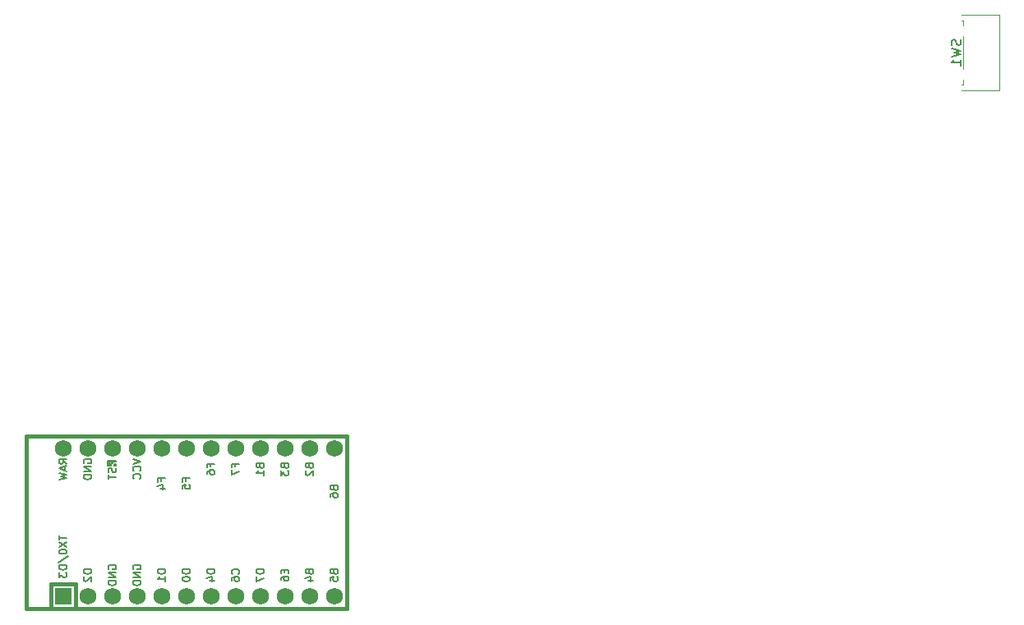
<source format=gbr>
%TF.GenerationSoftware,KiCad,Pcbnew,(6.0.4)*%
%TF.CreationDate,2022-05-06T19:17:35-04:00*%
%TF.ProjectId,F14-DDP,4631342d-4444-4502-9e6b-696361645f70,rev?*%
%TF.SameCoordinates,Original*%
%TF.FileFunction,Legend,Bot*%
%TF.FilePolarity,Positive*%
%FSLAX46Y46*%
G04 Gerber Fmt 4.6, Leading zero omitted, Abs format (unit mm)*
G04 Created by KiCad (PCBNEW (6.0.4)) date 2022-05-06 19:17:35*
%MOMM*%
%LPD*%
G01*
G04 APERTURE LIST*
%ADD10C,0.150000*%
%ADD11C,0.381000*%
%ADD12C,0.120000*%
%ADD13R,1.752600X1.752600*%
%ADD14C,1.752600*%
G04 APERTURE END LIST*
D10*
%TO.C,U1*%
X140728750Y-96926476D02*
X140690654Y-96850285D01*
X140690654Y-96736000D01*
X140728750Y-96621714D01*
X140804940Y-96545523D01*
X140881130Y-96507428D01*
X141033511Y-96469333D01*
X141147797Y-96469333D01*
X141300178Y-96507428D01*
X141376369Y-96545523D01*
X141452559Y-96621714D01*
X141490654Y-96736000D01*
X141490654Y-96812190D01*
X141452559Y-96926476D01*
X141414464Y-96964571D01*
X141147797Y-96964571D01*
X141147797Y-96812190D01*
X141490654Y-97307428D02*
X140690654Y-97307428D01*
X141490654Y-97764571D01*
X140690654Y-97764571D01*
X141490654Y-98145523D02*
X140690654Y-98145523D01*
X140690654Y-98336000D01*
X140728750Y-98450285D01*
X140804940Y-98526476D01*
X140881130Y-98564571D01*
X141033511Y-98602666D01*
X141147797Y-98602666D01*
X141300178Y-98564571D01*
X141376369Y-98526476D01*
X141452559Y-98450285D01*
X141490654Y-98336000D01*
X141490654Y-98145523D01*
X149110654Y-96945523D02*
X148310654Y-96945523D01*
X148310654Y-97136000D01*
X148348750Y-97250285D01*
X148424940Y-97326476D01*
X148501130Y-97364571D01*
X148653511Y-97402666D01*
X148767797Y-97402666D01*
X148920178Y-97364571D01*
X148996369Y-97326476D01*
X149072559Y-97250285D01*
X149110654Y-97136000D01*
X149110654Y-96945523D01*
X148310654Y-97897904D02*
X148310654Y-97974095D01*
X148348750Y-98050285D01*
X148386845Y-98088380D01*
X148463035Y-98126476D01*
X148615416Y-98164571D01*
X148805892Y-98164571D01*
X148958273Y-98126476D01*
X149034464Y-98088380D01*
X149072559Y-98050285D01*
X149110654Y-97974095D01*
X149110654Y-97897904D01*
X149072559Y-97821714D01*
X149034464Y-97783619D01*
X148958273Y-97745523D01*
X148805892Y-97707428D01*
X148615416Y-97707428D01*
X148463035Y-97745523D01*
X148386845Y-97783619D01*
X148348750Y-97821714D01*
X148310654Y-97897904D01*
X148691607Y-87839583D02*
X148691607Y-87572916D01*
X149110654Y-87572916D02*
X148310654Y-87572916D01*
X148310654Y-87953869D01*
X148310654Y-88639583D02*
X148310654Y-88258630D01*
X148691607Y-88220535D01*
X148653511Y-88258630D01*
X148615416Y-88334821D01*
X148615416Y-88525297D01*
X148653511Y-88601488D01*
X148691607Y-88639583D01*
X148767797Y-88677678D01*
X148958273Y-88677678D01*
X149034464Y-88639583D01*
X149072559Y-88601488D01*
X149110654Y-88525297D01*
X149110654Y-88334821D01*
X149072559Y-88258630D01*
X149034464Y-88220535D01*
X156311607Y-86290190D02*
X156349702Y-86404476D01*
X156387797Y-86442571D01*
X156463988Y-86480666D01*
X156578273Y-86480666D01*
X156654464Y-86442571D01*
X156692559Y-86404476D01*
X156730654Y-86328285D01*
X156730654Y-86023523D01*
X155930654Y-86023523D01*
X155930654Y-86290190D01*
X155968750Y-86366380D01*
X156006845Y-86404476D01*
X156083035Y-86442571D01*
X156159226Y-86442571D01*
X156235416Y-86404476D01*
X156273511Y-86366380D01*
X156311607Y-86290190D01*
X156311607Y-86023523D01*
X156730654Y-87242571D02*
X156730654Y-86785428D01*
X156730654Y-87014000D02*
X155930654Y-87014000D01*
X156044940Y-86937809D01*
X156121130Y-86861619D01*
X156159226Y-86785428D01*
X143230654Y-85547333D02*
X144030654Y-85814000D01*
X143230654Y-86080666D01*
X143954464Y-86804476D02*
X143992559Y-86766380D01*
X144030654Y-86652095D01*
X144030654Y-86575904D01*
X143992559Y-86461619D01*
X143916369Y-86385428D01*
X143840178Y-86347333D01*
X143687797Y-86309238D01*
X143573511Y-86309238D01*
X143421130Y-86347333D01*
X143344940Y-86385428D01*
X143268750Y-86461619D01*
X143230654Y-86575904D01*
X143230654Y-86652095D01*
X143268750Y-86766380D01*
X143306845Y-86804476D01*
X143954464Y-87604476D02*
X143992559Y-87566380D01*
X144030654Y-87452095D01*
X144030654Y-87375904D01*
X143992559Y-87261619D01*
X143916369Y-87185428D01*
X143840178Y-87147333D01*
X143687797Y-87109238D01*
X143573511Y-87109238D01*
X143421130Y-87147333D01*
X143344940Y-87185428D01*
X143268750Y-87261619D01*
X143230654Y-87375904D01*
X143230654Y-87452095D01*
X143268750Y-87566380D01*
X143306845Y-87604476D01*
X153771607Y-86347333D02*
X153771607Y-86080666D01*
X154190654Y-86080666D02*
X153390654Y-86080666D01*
X153390654Y-86461619D01*
X153390654Y-86690190D02*
X153390654Y-87223523D01*
X154190654Y-86880666D01*
X154114464Y-97402666D02*
X154152559Y-97364571D01*
X154190654Y-97250285D01*
X154190654Y-97174095D01*
X154152559Y-97059809D01*
X154076369Y-96983619D01*
X154000178Y-96945523D01*
X153847797Y-96907428D01*
X153733511Y-96907428D01*
X153581130Y-96945523D01*
X153504940Y-96983619D01*
X153428750Y-97059809D01*
X153390654Y-97174095D01*
X153390654Y-97250285D01*
X153428750Y-97364571D01*
X153466845Y-97402666D01*
X153390654Y-98088380D02*
X153390654Y-97936000D01*
X153428750Y-97859809D01*
X153466845Y-97821714D01*
X153581130Y-97745523D01*
X153733511Y-97707428D01*
X154038273Y-97707428D01*
X154114464Y-97745523D01*
X154152559Y-97783619D01*
X154190654Y-97859809D01*
X154190654Y-98012190D01*
X154152559Y-98088380D01*
X154114464Y-98126476D01*
X154038273Y-98164571D01*
X153847797Y-98164571D01*
X153771607Y-98126476D01*
X153733511Y-98088380D01*
X153695416Y-98012190D01*
X153695416Y-97859809D01*
X153733511Y-97783619D01*
X153771607Y-97745523D01*
X153847797Y-97707428D01*
X141432559Y-86501666D02*
X141470654Y-86615952D01*
X141470654Y-86806428D01*
X141432559Y-86882619D01*
X141394464Y-86920714D01*
X141318273Y-86958809D01*
X141242083Y-86958809D01*
X141165892Y-86920714D01*
X141127797Y-86882619D01*
X141089702Y-86806428D01*
X141051607Y-86654047D01*
X141013511Y-86577857D01*
X140975416Y-86539761D01*
X140899226Y-86501666D01*
X140823035Y-86501666D01*
X140746845Y-86539761D01*
X140708750Y-86577857D01*
X140670654Y-86654047D01*
X140670654Y-86844523D01*
X140708750Y-86958809D01*
X140670654Y-87187380D02*
X140670654Y-87644523D01*
X141470654Y-87415952D02*
X140670654Y-87415952D01*
X146151607Y-87839583D02*
X146151607Y-87572916D01*
X146570654Y-87572916D02*
X145770654Y-87572916D01*
X145770654Y-87953869D01*
X146037321Y-88601488D02*
X146570654Y-88601488D01*
X145732559Y-88411011D02*
X146303988Y-88220535D01*
X146303988Y-88715773D01*
X136410654Y-86061619D02*
X136029702Y-85794952D01*
X136410654Y-85604476D02*
X135610654Y-85604476D01*
X135610654Y-85909238D01*
X135648750Y-85985428D01*
X135686845Y-86023523D01*
X135763035Y-86061619D01*
X135877321Y-86061619D01*
X135953511Y-86023523D01*
X135991607Y-85985428D01*
X136029702Y-85909238D01*
X136029702Y-85604476D01*
X136182083Y-86366380D02*
X136182083Y-86747333D01*
X136410654Y-86290190D02*
X135610654Y-86556857D01*
X136410654Y-86823523D01*
X135610654Y-87014000D02*
X136410654Y-87204476D01*
X135839226Y-87356857D01*
X136410654Y-87509238D01*
X135610654Y-87699714D01*
X151231607Y-86347333D02*
X151231607Y-86080666D01*
X151650654Y-86080666D02*
X150850654Y-86080666D01*
X150850654Y-86461619D01*
X150850654Y-87109238D02*
X150850654Y-86956857D01*
X150888750Y-86880666D01*
X150926845Y-86842571D01*
X151041130Y-86766380D01*
X151193511Y-86728285D01*
X151498273Y-86728285D01*
X151574464Y-86766380D01*
X151612559Y-86804476D01*
X151650654Y-86880666D01*
X151650654Y-87033047D01*
X151612559Y-87109238D01*
X151574464Y-87147333D01*
X151498273Y-87185428D01*
X151307797Y-87185428D01*
X151231607Y-87147333D01*
X151193511Y-87109238D01*
X151155416Y-87033047D01*
X151155416Y-86880666D01*
X151193511Y-86804476D01*
X151231607Y-86766380D01*
X151307797Y-86728285D01*
X163931607Y-88576190D02*
X163969702Y-88690476D01*
X164007797Y-88728571D01*
X164083988Y-88766666D01*
X164198273Y-88766666D01*
X164274464Y-88728571D01*
X164312559Y-88690476D01*
X164350654Y-88614285D01*
X164350654Y-88309523D01*
X163550654Y-88309523D01*
X163550654Y-88576190D01*
X163588750Y-88652380D01*
X163626845Y-88690476D01*
X163703035Y-88728571D01*
X163779226Y-88728571D01*
X163855416Y-88690476D01*
X163893511Y-88652380D01*
X163931607Y-88576190D01*
X163931607Y-88309523D01*
X163550654Y-89452380D02*
X163550654Y-89300000D01*
X163588750Y-89223809D01*
X163626845Y-89185714D01*
X163741130Y-89109523D01*
X163893511Y-89071428D01*
X164198273Y-89071428D01*
X164274464Y-89109523D01*
X164312559Y-89147619D01*
X164350654Y-89223809D01*
X164350654Y-89376190D01*
X164312559Y-89452380D01*
X164274464Y-89490476D01*
X164198273Y-89528571D01*
X164007797Y-89528571D01*
X163931607Y-89490476D01*
X163893511Y-89452380D01*
X163855416Y-89376190D01*
X163855416Y-89223809D01*
X163893511Y-89147619D01*
X163931607Y-89109523D01*
X164007797Y-89071428D01*
X161391607Y-86290190D02*
X161429702Y-86404476D01*
X161467797Y-86442571D01*
X161543988Y-86480666D01*
X161658273Y-86480666D01*
X161734464Y-86442571D01*
X161772559Y-86404476D01*
X161810654Y-86328285D01*
X161810654Y-86023523D01*
X161010654Y-86023523D01*
X161010654Y-86290190D01*
X161048750Y-86366380D01*
X161086845Y-86404476D01*
X161163035Y-86442571D01*
X161239226Y-86442571D01*
X161315416Y-86404476D01*
X161353511Y-86366380D01*
X161391607Y-86290190D01*
X161391607Y-86023523D01*
X161086845Y-86785428D02*
X161048750Y-86823523D01*
X161010654Y-86899714D01*
X161010654Y-87090190D01*
X161048750Y-87166380D01*
X161086845Y-87204476D01*
X161163035Y-87242571D01*
X161239226Y-87242571D01*
X161353511Y-87204476D01*
X161810654Y-86747333D01*
X161810654Y-87242571D01*
X146570654Y-96945523D02*
X145770654Y-96945523D01*
X145770654Y-97136000D01*
X145808750Y-97250285D01*
X145884940Y-97326476D01*
X145961130Y-97364571D01*
X146113511Y-97402666D01*
X146227797Y-97402666D01*
X146380178Y-97364571D01*
X146456369Y-97326476D01*
X146532559Y-97250285D01*
X146570654Y-97136000D01*
X146570654Y-96945523D01*
X146570654Y-98164571D02*
X146570654Y-97707428D01*
X146570654Y-97936000D02*
X145770654Y-97936000D01*
X145884940Y-97859809D01*
X145961130Y-97783619D01*
X145999226Y-97707428D01*
X156730654Y-96945523D02*
X155930654Y-96945523D01*
X155930654Y-97136000D01*
X155968750Y-97250285D01*
X156044940Y-97326476D01*
X156121130Y-97364571D01*
X156273511Y-97402666D01*
X156387797Y-97402666D01*
X156540178Y-97364571D01*
X156616369Y-97326476D01*
X156692559Y-97250285D01*
X156730654Y-97136000D01*
X156730654Y-96945523D01*
X155930654Y-97669333D02*
X155930654Y-98202666D01*
X156730654Y-97859809D01*
X138950654Y-96945523D02*
X138150654Y-96945523D01*
X138150654Y-97136000D01*
X138188750Y-97250285D01*
X138264940Y-97326476D01*
X138341130Y-97364571D01*
X138493511Y-97402666D01*
X138607797Y-97402666D01*
X138760178Y-97364571D01*
X138836369Y-97326476D01*
X138912559Y-97250285D01*
X138950654Y-97136000D01*
X138950654Y-96945523D01*
X138226845Y-97707428D02*
X138188750Y-97745523D01*
X138150654Y-97821714D01*
X138150654Y-98012190D01*
X138188750Y-98088380D01*
X138226845Y-98126476D01*
X138303035Y-98164571D01*
X138379226Y-98164571D01*
X138493511Y-98126476D01*
X138950654Y-97669333D01*
X138950654Y-98164571D01*
X161391607Y-97212190D02*
X161429702Y-97326476D01*
X161467797Y-97364571D01*
X161543988Y-97402666D01*
X161658273Y-97402666D01*
X161734464Y-97364571D01*
X161772559Y-97326476D01*
X161810654Y-97250285D01*
X161810654Y-96945523D01*
X161010654Y-96945523D01*
X161010654Y-97212190D01*
X161048750Y-97288380D01*
X161086845Y-97326476D01*
X161163035Y-97364571D01*
X161239226Y-97364571D01*
X161315416Y-97326476D01*
X161353511Y-97288380D01*
X161391607Y-97212190D01*
X161391607Y-96945523D01*
X161277321Y-98088380D02*
X161810654Y-98088380D01*
X160972559Y-97897904D02*
X161543988Y-97707428D01*
X161543988Y-98202666D01*
X158851607Y-96983619D02*
X158851607Y-97250285D01*
X159270654Y-97364571D02*
X159270654Y-96983619D01*
X158470654Y-96983619D01*
X158470654Y-97364571D01*
X158470654Y-98050285D02*
X158470654Y-97897904D01*
X158508750Y-97821714D01*
X158546845Y-97783619D01*
X158661130Y-97707428D01*
X158813511Y-97669333D01*
X159118273Y-97669333D01*
X159194464Y-97707428D01*
X159232559Y-97745523D01*
X159270654Y-97821714D01*
X159270654Y-97974095D01*
X159232559Y-98050285D01*
X159194464Y-98088380D01*
X159118273Y-98126476D01*
X158927797Y-98126476D01*
X158851607Y-98088380D01*
X158813511Y-98050285D01*
X158775416Y-97974095D01*
X158775416Y-97821714D01*
X158813511Y-97745523D01*
X158851607Y-97707428D01*
X158927797Y-97669333D01*
X158851607Y-86290190D02*
X158889702Y-86404476D01*
X158927797Y-86442571D01*
X159003988Y-86480666D01*
X159118273Y-86480666D01*
X159194464Y-86442571D01*
X159232559Y-86404476D01*
X159270654Y-86328285D01*
X159270654Y-86023523D01*
X158470654Y-86023523D01*
X158470654Y-86290190D01*
X158508750Y-86366380D01*
X158546845Y-86404476D01*
X158623035Y-86442571D01*
X158699226Y-86442571D01*
X158775416Y-86404476D01*
X158813511Y-86366380D01*
X158851607Y-86290190D01*
X158851607Y-86023523D01*
X158470654Y-86747333D02*
X158470654Y-87242571D01*
X158775416Y-86975904D01*
X158775416Y-87090190D01*
X158813511Y-87166380D01*
X158851607Y-87204476D01*
X158927797Y-87242571D01*
X159118273Y-87242571D01*
X159194464Y-87204476D01*
X159232559Y-87166380D01*
X159270654Y-87090190D01*
X159270654Y-86861619D01*
X159232559Y-86785428D01*
X159194464Y-86747333D01*
X143268750Y-96926476D02*
X143230654Y-96850285D01*
X143230654Y-96736000D01*
X143268750Y-96621714D01*
X143344940Y-96545523D01*
X143421130Y-96507428D01*
X143573511Y-96469333D01*
X143687797Y-96469333D01*
X143840178Y-96507428D01*
X143916369Y-96545523D01*
X143992559Y-96621714D01*
X144030654Y-96736000D01*
X144030654Y-96812190D01*
X143992559Y-96926476D01*
X143954464Y-96964571D01*
X143687797Y-96964571D01*
X143687797Y-96812190D01*
X144030654Y-97307428D02*
X143230654Y-97307428D01*
X144030654Y-97764571D01*
X143230654Y-97764571D01*
X144030654Y-98145523D02*
X143230654Y-98145523D01*
X143230654Y-98336000D01*
X143268750Y-98450285D01*
X143344940Y-98526476D01*
X143421130Y-98564571D01*
X143573511Y-98602666D01*
X143687797Y-98602666D01*
X143840178Y-98564571D01*
X143916369Y-98526476D01*
X143992559Y-98450285D01*
X144030654Y-98336000D01*
X144030654Y-98145523D01*
X163931607Y-97212190D02*
X163969702Y-97326476D01*
X164007797Y-97364571D01*
X164083988Y-97402666D01*
X164198273Y-97402666D01*
X164274464Y-97364571D01*
X164312559Y-97326476D01*
X164350654Y-97250285D01*
X164350654Y-96945523D01*
X163550654Y-96945523D01*
X163550654Y-97212190D01*
X163588750Y-97288380D01*
X163626845Y-97326476D01*
X163703035Y-97364571D01*
X163779226Y-97364571D01*
X163855416Y-97326476D01*
X163893511Y-97288380D01*
X163931607Y-97212190D01*
X163931607Y-96945523D01*
X163550654Y-98126476D02*
X163550654Y-97745523D01*
X163931607Y-97707428D01*
X163893511Y-97745523D01*
X163855416Y-97821714D01*
X163855416Y-98012190D01*
X163893511Y-98088380D01*
X163931607Y-98126476D01*
X164007797Y-98164571D01*
X164198273Y-98164571D01*
X164274464Y-98126476D01*
X164312559Y-98088380D01*
X164350654Y-98012190D01*
X164350654Y-97821714D01*
X164312559Y-97745523D01*
X164274464Y-97707428D01*
X135610654Y-93456395D02*
X135610654Y-93913538D01*
X136410654Y-93684967D02*
X135610654Y-93684967D01*
X135610654Y-94104014D02*
X136410654Y-94637348D01*
X135610654Y-94637348D02*
X136410654Y-94104014D01*
X135610654Y-95094491D02*
X135610654Y-95170681D01*
X135648750Y-95246872D01*
X135686845Y-95284967D01*
X135763035Y-95323062D01*
X135915416Y-95361157D01*
X136105892Y-95361157D01*
X136258273Y-95323062D01*
X136334464Y-95284967D01*
X136372559Y-95246872D01*
X136410654Y-95170681D01*
X136410654Y-95094491D01*
X136372559Y-95018300D01*
X136334464Y-94980205D01*
X136258273Y-94942110D01*
X136105892Y-94904014D01*
X135915416Y-94904014D01*
X135763035Y-94942110D01*
X135686845Y-94980205D01*
X135648750Y-95018300D01*
X135610654Y-95094491D01*
X135572559Y-96275443D02*
X136601130Y-95589729D01*
X136410654Y-96542110D02*
X135610654Y-96542110D01*
X135610654Y-96732586D01*
X135648750Y-96846872D01*
X135724940Y-96923062D01*
X135801130Y-96961157D01*
X135953511Y-96999252D01*
X136067797Y-96999252D01*
X136220178Y-96961157D01*
X136296369Y-96923062D01*
X136372559Y-96846872D01*
X136410654Y-96732586D01*
X136410654Y-96542110D01*
X135610654Y-97265919D02*
X135610654Y-97761157D01*
X135915416Y-97494491D01*
X135915416Y-97608776D01*
X135953511Y-97684967D01*
X135991607Y-97723062D01*
X136067797Y-97761157D01*
X136258273Y-97761157D01*
X136334464Y-97723062D01*
X136372559Y-97684967D01*
X136410654Y-97608776D01*
X136410654Y-97380205D01*
X136372559Y-97304014D01*
X136334464Y-97265919D01*
X151650654Y-96945523D02*
X150850654Y-96945523D01*
X150850654Y-97136000D01*
X150888750Y-97250285D01*
X150964940Y-97326476D01*
X151041130Y-97364571D01*
X151193511Y-97402666D01*
X151307797Y-97402666D01*
X151460178Y-97364571D01*
X151536369Y-97326476D01*
X151612559Y-97250285D01*
X151650654Y-97136000D01*
X151650654Y-96945523D01*
X151117321Y-98088380D02*
X151650654Y-98088380D01*
X150812559Y-97897904D02*
X151383988Y-97707428D01*
X151383988Y-98202666D01*
X138188750Y-86004476D02*
X138150654Y-85928285D01*
X138150654Y-85814000D01*
X138188750Y-85699714D01*
X138264940Y-85623523D01*
X138341130Y-85585428D01*
X138493511Y-85547333D01*
X138607797Y-85547333D01*
X138760178Y-85585428D01*
X138836369Y-85623523D01*
X138912559Y-85699714D01*
X138950654Y-85814000D01*
X138950654Y-85890190D01*
X138912559Y-86004476D01*
X138874464Y-86042571D01*
X138607797Y-86042571D01*
X138607797Y-85890190D01*
X138950654Y-86385428D02*
X138150654Y-86385428D01*
X138950654Y-86842571D01*
X138150654Y-86842571D01*
X138950654Y-87223523D02*
X138150654Y-87223523D01*
X138150654Y-87414000D01*
X138188750Y-87528285D01*
X138264940Y-87604476D01*
X138341130Y-87642571D01*
X138493511Y-87680666D01*
X138607797Y-87680666D01*
X138760178Y-87642571D01*
X138836369Y-87604476D01*
X138912559Y-87528285D01*
X138950654Y-87414000D01*
X138950654Y-87223523D01*
%TO.C,SW1*%
X228493511Y-42347916D02*
X228541130Y-42490773D01*
X228541130Y-42728869D01*
X228493511Y-42824107D01*
X228445892Y-42871726D01*
X228350654Y-42919345D01*
X228255416Y-42919345D01*
X228160178Y-42871726D01*
X228112559Y-42824107D01*
X228064940Y-42728869D01*
X228017321Y-42538392D01*
X227969702Y-42443154D01*
X227922083Y-42395535D01*
X227826845Y-42347916D01*
X227731607Y-42347916D01*
X227636369Y-42395535D01*
X227588750Y-42443154D01*
X227541130Y-42538392D01*
X227541130Y-42776488D01*
X227588750Y-42919345D01*
X227541130Y-43252678D02*
X228541130Y-43490773D01*
X227826845Y-43681250D01*
X228541130Y-43871726D01*
X227541130Y-44109821D01*
X228541130Y-45014583D02*
X228541130Y-44443154D01*
X228541130Y-44728869D02*
X227541130Y-44728869D01*
X227683988Y-44633630D01*
X227779226Y-44538392D01*
X227826845Y-44443154D01*
D11*
%TO.C,U1*%
X137318750Y-98425000D02*
X137318750Y-100965000D01*
X165258750Y-100965000D02*
X165258750Y-83185000D01*
X134778750Y-98425000D02*
X137318750Y-98425000D01*
X165258750Y-83185000D02*
X132238750Y-83185000D01*
X132238750Y-100965000D02*
X165258750Y-100965000D01*
X134778750Y-98425000D02*
X134778750Y-100965000D01*
X132238750Y-83185000D02*
X132238750Y-100965000D01*
G36*
X141467780Y-86230365D02*
G01*
X141267780Y-86230365D01*
X141267780Y-86130365D01*
X141467780Y-86130365D01*
X141467780Y-86230365D01*
G37*
D10*
X141467780Y-86230365D02*
X141267780Y-86230365D01*
X141267780Y-86130365D01*
X141467780Y-86130365D01*
X141467780Y-86230365D01*
G36*
X141467780Y-85830365D02*
G01*
X140667780Y-85830365D01*
X140667780Y-85730365D01*
X141467780Y-85730365D01*
X141467780Y-85830365D01*
G37*
X141467780Y-85830365D02*
X140667780Y-85830365D01*
X140667780Y-85730365D01*
X141467780Y-85730365D01*
X141467780Y-85830365D01*
G36*
X140767780Y-86230365D02*
G01*
X140667780Y-86230365D01*
X140667780Y-85730365D01*
X140767780Y-85730365D01*
X140767780Y-86230365D01*
G37*
X140767780Y-86230365D02*
X140667780Y-86230365D01*
X140667780Y-85730365D01*
X140767780Y-85730365D01*
X140767780Y-86230365D01*
G36*
X140967780Y-86230365D02*
G01*
X140667780Y-86230365D01*
X140667780Y-86130365D01*
X140967780Y-86130365D01*
X140967780Y-86230365D01*
G37*
X140967780Y-86230365D02*
X140667780Y-86230365D01*
X140667780Y-86130365D01*
X140967780Y-86130365D01*
X140967780Y-86230365D01*
G36*
X141167780Y-86030365D02*
G01*
X141067780Y-86030365D01*
X141067780Y-85930365D01*
X141167780Y-85930365D01*
X141167780Y-86030365D01*
G37*
X141167780Y-86030365D02*
X141067780Y-86030365D01*
X141067780Y-85930365D01*
X141167780Y-85930365D01*
X141167780Y-86030365D01*
D12*
%TO.C,SW1*%
X228798750Y-40341250D02*
X228568750Y-40341250D01*
X228798750Y-40881250D02*
X228798750Y-40341250D01*
X228798750Y-45381250D02*
X228798750Y-41981250D01*
X232468750Y-39821250D02*
X228568750Y-39821250D01*
X232468750Y-47541250D02*
X228568750Y-47541250D01*
X228798750Y-47021250D02*
X228798750Y-46481250D01*
X228798750Y-47021250D02*
X228568750Y-47021250D01*
X232468750Y-47541250D02*
X232468750Y-39821250D01*
%TD*%
D13*
%TO.C,U1*%
X136048750Y-99695000D03*
D14*
X138588750Y-99695000D03*
X141128750Y-99695000D03*
X143668750Y-99695000D03*
X146208750Y-99695000D03*
X148748750Y-99695000D03*
X151288750Y-99695000D03*
X153828750Y-99695000D03*
X156368750Y-99695000D03*
X158908750Y-99695000D03*
X161448750Y-99695000D03*
X163988750Y-99695000D03*
X163988750Y-84455000D03*
X161448750Y-84455000D03*
X158908750Y-84455000D03*
X156368750Y-84455000D03*
X153828750Y-84455000D03*
X151288750Y-84455000D03*
X148748750Y-84455000D03*
X146208750Y-84455000D03*
X143668750Y-84455000D03*
X141128750Y-84455000D03*
X138588750Y-84455000D03*
X136048750Y-84455000D03*
%TD*%
M02*

</source>
